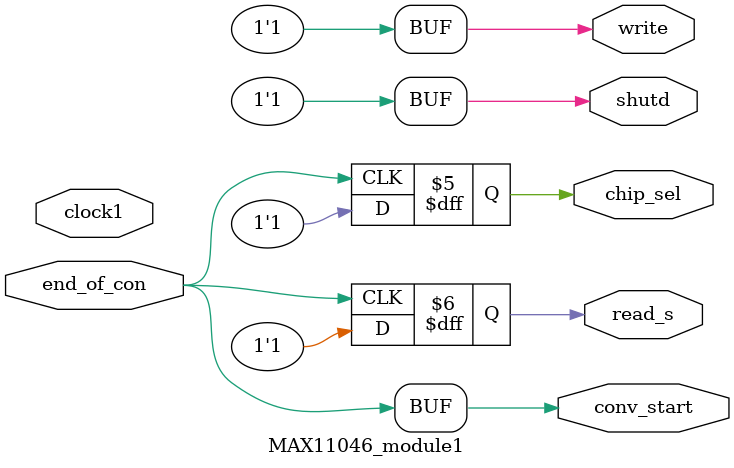
<source format=v>
module MAX11046_module1 (clock1, end_of_con, conv_start, chip_sel, write , read_s, shutd ); 
		input wire clock1; 
		input wire end_of_con;
		 
	
		output reg 	    conv_start;
		output reg		chip_sel;
		output reg		write   ;
		output reg		read_s  ;
		output reg 		shutd	;


		reg u1; 
		
		initial
			begin
				//Registors =0
				
				//u1 = 1'b0 ;
				
				//switch_rst = 1'b0;
				
				//Chip pins intial state
				chip_sel   = 1'b1;
				read_s     = 1'b1;
				write      = 1'b1;
				conv_start = 1'b1;
				shutd	   = 1'b1;
				#1000;
			end

always @ (end_of_con) 
	begin 
		
		conv_start = end_of_con; 
		#1000;
		
	end	

always @( negedge end_of_con  )
			begin
				
				
					if (end_of_con == 1'b0 ) 
							
							
													
							read_s	 = 1'b0; 
							#50
							chip_sel = 1'b0;
							#35000 
							
							read_s	 = 1'b1;	
								#15000
							read_s	 = 1'b0; 
								#35000 
							read_s	 = 1'b1;
							    #15000
							read_s	 = 1'b0; 
								#35000 
							read_s	 = 1'b1;
								#15000
							read_s	 = 1'b0; 
								#35000 
							read_s	 = 1'b1;
							   #15000   
							 read_s	 = 1'b0; 
								#35000 
							read_s	 = 1'b1; 
								#15000
							read_s	 = 1'b0; 
								#35000 
							read_s	 = 1'b1;
							chip_sel = 1'b1;							
							    #500;
								
						  // u1 = u1 + 1'b1;
						   //u1 = u1 - 1'b1;
						    								
					end	
		
		
		
		

endmodule 
</source>
